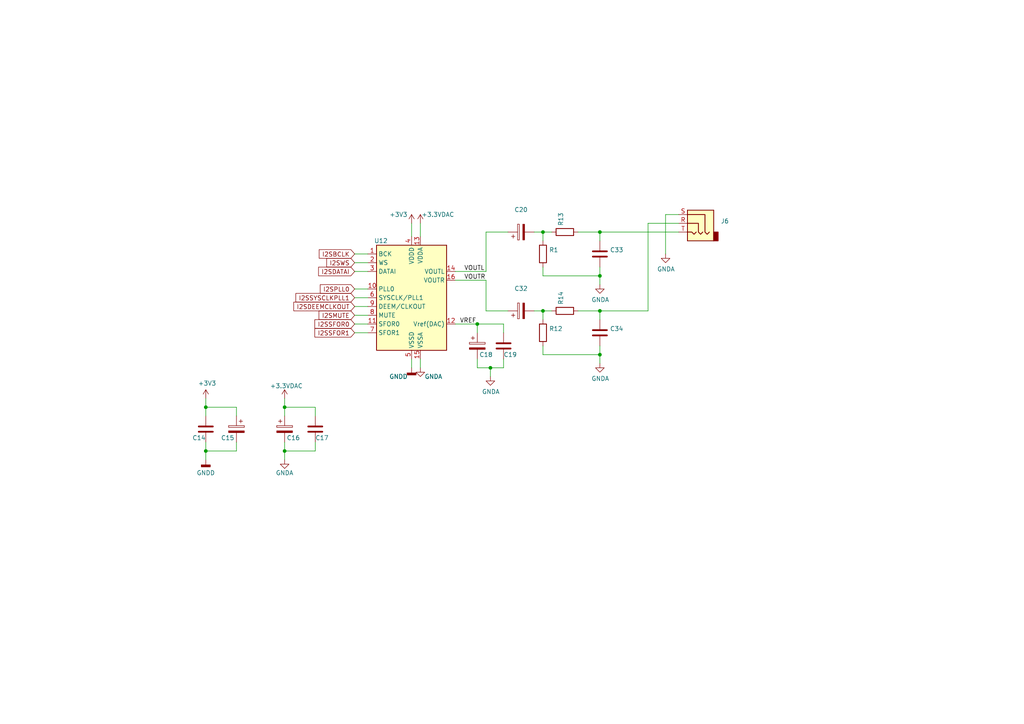
<source format=kicad_sch>
(kicad_sch (version 20211123) (generator eeschema)
  (paper "A4")
  (lib_symbols
    (symbol "Audio:UDA1334ATS"
      (property "Reference" "U" (at -10.16 16.51 0))
      (property "Value" "UDA1334ATS" (at 3.81 16.51 0))
      (symbol "UDA1334ATS_0_1"
        (rectangle (start -10.16 15.24) (end 10.16 -15.24) (stroke (width 0.254)) (fill (type background)))
      )
      (symbol "UDA1334ATS_1_1"
        (pin input line (at -12.7 12.7 0) (length 2.54) (name "BCK") (number "1"))
        (pin input line (at -12.7 2.54 0) (length 2.54) (name "PLL0") (number "10"))
        (pin input line (at -12.7 -7.62 0) (length 2.54) (name "SFOR0") (number "11"))
        (pin passive line (at 12.7 -7.62 180) (length 2.54) (name "Vref(DAC)") (number "12"))
        (pin power_in line (at 2.54 17.78 270) (length 2.54) (name "VDDA") (number "13"))
        (pin output line (at 12.7 7.62 180) (length 2.54) (name "VOUTL") (number "14"))
        (pin power_in line (at 2.54 -17.78 90) (length 2.54) (name "VSSA") (number "15"))
        (pin output line (at 12.7 5.08 180) (length 2.54) (name "VOUTR") (number "16"))
        (pin input line (at -12.7 10.16 0) (length 2.54) (name "WS") (number "2"))
        (pin input line (at -12.7 7.62 0) (length 2.54) (name "DATAI") (number "3"))
        (pin power_in line (at 0 17.78 270) (length 2.54) (name "VDDD") (number "4"))
        (pin power_in line (at 0 -17.78 90) (length 2.54) (name "VSSD") (number "5"))
        (pin input line (at -12.7 0 0) (length 2.54) (name "SYSCLK/PLL1") (number "6"))
        (pin input line (at -12.7 -10.16 0) (length 2.54) (name "SFOR1") (number "7"))
        (pin input line (at -12.7 -5.08 0) (length 2.54) (name "MUTE") (number "8"))
        (pin bidirectional line (at -12.7 -2.54 0) (length 2.54) (name "DEEM/CLKOUT") (number "9"))
      )
    )
    (symbol "Connector:AudioJack3"
      (property "Reference" "J" (at 0 8.89 0))
      (property "Value" "AudioJack3" (at 0 6.35 0))
      (symbol "AudioJack3_0_1"
        (rectangle (start -5.08 -5.08) (end -6.35 -2.54) (stroke (width 0.254)) (fill (type outline)))
        (polyline (pts (xy 0 -2.54) (xy 0.635 -3.175) (xy 1.27 -2.54) (xy 2.54 -2.54)) (stroke (width 0.254)))
        (polyline (pts (xy -1.905 -2.54) (xy -1.27 -3.175) (xy -0.635 -2.54) (xy -0.635 0) (xy 2.54 0)) (stroke (width 0.254)))
        (polyline (pts (xy 2.54 2.54) (xy -2.54 2.54) (xy -2.54 -2.54) (xy -3.175 -3.175) (xy -3.81 -2.54)) (stroke (width 0.254)))
        (rectangle (start 2.54 3.81) (end -5.08 -5.08) (stroke (width 0.254)) (fill (type background)))
      )
      (symbol "AudioJack3_1_1"
        (pin passive line (at 5.08 0 180) (length 2.54) (name "~") (number "R"))
        (pin passive line (at 5.08 2.54 180) (length 2.54) (name "~") (number "S"))
        (pin passive line (at 5.08 -2.54 180) (length 2.54) (name "~") (number "T"))
      )
    )
    (symbol "Device:C" (pin_numbers hide) (pin_names (offset 0.254))
      (property "Reference" "C" (at 0.635 2.54 0))
      (property "Value" "C" (at 0.635 -2.54 0))
      (symbol "C_0_1"
        (polyline (pts (xy -2.032 -0.762) (xy 2.032 -0.762)) (stroke (width 0.508)))
        (polyline (pts (xy -2.032 0.762) (xy 2.032 0.762)) (stroke (width 0.508)))
      )
      (symbol "C_1_1"
        (pin passive line (at 0 3.81 270) (length 2.794) (name "~") (number "1"))
        (pin passive line (at 0 -3.81 90) (length 2.794) (name "~") (number "2"))
      )
    )
    (symbol "Device:CP" (pin_numbers hide) (pin_names (offset 0.254))
      (property "Reference" "C" (at 0.635 2.54 0))
      (property "Value" "Device_CP" (at 0.635 -2.54 0))
      (symbol "CP_0_1"
        (rectangle (start -2.286 0.508) (end 2.286 1.016))
        (polyline (pts (xy -1.778 2.286) (xy -0.762 2.286)))
        (polyline (pts (xy -1.27 2.794) (xy -1.27 1.778)))
        (rectangle (start 2.286 -0.508) (end -2.286 -1.016) (fill (type outline)))
      )
      (symbol "CP_1_1"
        (pin passive line (at 0 3.81 270) (length 2.794) (name "~") (number "1"))
        (pin passive line (at 0 -3.81 90) (length 2.794) (name "~") (number "2"))
      )
    )
    (symbol "Device:R" (pin_numbers hide) (pin_names (offset 0))
      (property "Reference" "R" (at 2.032 0 90))
      (property "Value" "R" (at 0 0 90))
      (symbol "R_0_1"
        (rectangle (start -1.016 -2.54) (end 1.016 2.54) (stroke (width 0.254)))
      )
      (symbol "R_1_1"
        (pin passive line (at 0 3.81 270) (length 1.27) (name "~") (number "1"))
        (pin passive line (at 0 -3.81 90) (length 1.27) (name "~") (number "2"))
      )
    )
    (symbol "power:+3.3VDAC" (power) (pin_names (offset 0))
      (property "Value" "+3.3VDAC" (at 0 2.54 0))
      (symbol "+3.3VDAC_0_0"
        (pin power_in line (at 0 0 90) (length 0) hide (name "+3.3VDAC") (number "1"))
      )
      (symbol "+3.3VDAC_0_1"
        (polyline (pts (xy -0.762 1.27) (xy 0 2.54)))
        (polyline (pts (xy 0 0) (xy 0 2.54)))
        (polyline (pts (xy 0 2.54) (xy 0.762 1.27)))
      )
    )
    (symbol "power:+3V3" (power) (pin_names (offset 0))
      (property "Value" "+3V3" (at 0 3.556 0))
      (symbol "+3V3_0_1"
        (polyline (pts (xy -0.762 1.27) (xy 0 2.54)))
        (polyline (pts (xy 0 0) (xy 0 2.54)))
        (polyline (pts (xy 0 2.54) (xy 0.762 1.27)))
      )
      (symbol "+3V3_1_1"
        (pin power_in line (at 0 0 90) (length 0) hide (name "+3V3") (number "1"))
      )
    )
    (symbol "power:GNDA" (power) (pin_names (offset 0))
      (property "Value" "GNDA" (at 0 -3.81 0))
      (symbol "GNDA_0_1"
        (polyline (pts (xy 0 0) (xy 0 -1.27) (xy 1.27 -1.27) (xy 0 -2.54) (xy -1.27 -1.27) (xy 0 -1.27)))
      )
      (symbol "GNDA_1_1"
        (pin power_in line (at 0 0 270) (length 0) hide (name "GNDA") (number "1"))
      )
    )
    (symbol "power:GNDD" (power) (pin_names (offset 0))
      (property "Value" "GNDD" (at 0 -3.175 0))
      (symbol "GNDD_0_1"
        (rectangle (start -1.27 -1.524) (end 1.27 -2.032) (stroke (width 0.254)) (fill (type outline)))
        (polyline (pts (xy 0 0) (xy 0 -1.524)))
      )
      (symbol "GNDD_1_1"
        (pin power_in line (at 0 0 270) (length 0) hide (name "GNDD") (number "1"))
      )
    )
  )
  (junction (at 82.55 118.11))
  (junction (at 138.43 93.98))
  (junction (at 142.24 106.68))
  (junction (at 173.99 102.87))
  (junction (at 59.69 130.81))
  (junction (at 173.99 80.01))
  (junction (at 82.55 130.81))
  (junction (at 173.99 67.31))
  (junction (at 59.69 118.11))
  (junction (at 173.99 90.17))
  (junction (at 157.48 90.17))
  (junction (at 157.48 67.31))
  (no_connect (at 496.57 582.93))
  (wire (pts (xy 138.43 93.98) (xy 146.05 93.98)))
  (wire (pts (xy 173.99 67.31) (xy 196.85 67.31)))
  (wire (pts (xy 146.05 93.98) (xy 146.05 96.52)))
  (wire (pts (xy 173.99 102.87) (xy 173.99 105.41)))
  (wire (pts (xy 119.38 104.14) (xy 119.38 106.68)))
  (wire (pts (xy 167.64 67.31) (xy 173.99 67.31)))
  (wire (pts (xy 68.58 130.81) (xy 59.69 130.81)))
  (wire (pts (xy 82.55 118.11) (xy 91.44 118.11)))
  (wire (pts (xy 59.69 130.81) (xy 59.69 128.27)))
  (wire (pts (xy 142.24 106.68) (xy 142.24 109.22)))
  (wire (pts (xy 187.96 90.17) (xy 187.96 64.77)))
  (wire (pts (xy 157.48 77.47) (xy 157.48 80.01)))
  (wire (pts (xy 187.96 64.77) (xy 196.85 64.77)))
  (wire (pts (xy 106.68 73.66) (xy 102.87 73.66)))
  (wire (pts (xy 106.68 88.9) (xy 102.87 88.9)))
  (wire (pts (xy 59.69 118.11) (xy 68.58 118.11)))
  (wire (pts (xy 193.04 62.23) (xy 193.04 73.66)))
  (wire (pts (xy 157.48 100.33) (xy 157.48 102.87)))
  (wire (pts (xy 106.68 78.74) (xy 102.87 78.74)))
  (wire (pts (xy 82.55 133.35) (xy 82.55 130.81)))
  (wire (pts (xy 121.92 68.58) (xy 121.92 64.77)))
  (wire (pts (xy 157.48 67.31) (xy 154.94 67.31)))
  (wire (pts (xy 140.97 67.31) (xy 147.32 67.31)))
  (wire (pts (xy 59.69 115.57) (xy 59.69 118.11)))
  (wire (pts (xy 173.99 67.31) (xy 173.99 69.85)))
  (wire (pts (xy 142.24 106.68) (xy 146.05 106.68)))
  (wire (pts (xy 196.85 62.23) (xy 193.04 62.23)))
  (wire (pts (xy 82.55 130.81) (xy 91.44 130.81)))
  (wire (pts (xy 167.64 90.17) (xy 173.99 90.17)))
  (wire (pts (xy 132.08 93.98) (xy 138.43 93.98)))
  (wire (pts (xy 140.97 90.17) (xy 140.97 81.28)))
  (wire (pts (xy 157.48 67.31) (xy 160.02 67.31)))
  (wire (pts (xy 173.99 80.01) (xy 173.99 82.55)))
  (wire (pts (xy 173.99 80.01) (xy 173.99 77.47)))
  (wire (pts (xy 91.44 130.81) (xy 91.44 128.27)))
  (wire (pts (xy 146.05 106.68) (xy 146.05 104.14)))
  (wire (pts (xy 106.68 96.52) (xy 102.87 96.52)))
  (wire (pts (xy 91.44 118.11) (xy 91.44 120.65)))
  (wire (pts (xy 173.99 102.87) (xy 173.99 100.33)))
  (wire (pts (xy 140.97 67.31) (xy 140.97 78.74)))
  (wire (pts (xy 140.97 90.17) (xy 147.32 90.17)))
  (wire (pts (xy 59.69 118.11) (xy 59.69 120.65)))
  (wire (pts (xy 119.38 68.58) (xy 119.38 64.77)))
  (wire (pts (xy 157.48 90.17) (xy 160.02 90.17)))
  (wire (pts (xy 157.48 92.71) (xy 157.48 90.17)))
  (wire (pts (xy 157.48 90.17) (xy 154.94 90.17)))
  (wire (pts (xy 106.68 91.44) (xy 102.87 91.44)))
  (wire (pts (xy 82.55 115.57) (xy 82.55 118.11)))
  (wire (pts (xy 82.55 128.27) (xy 82.55 130.81)))
  (wire (pts (xy 173.99 90.17) (xy 187.96 90.17)))
  (wire (pts (xy 132.08 78.74) (xy 140.97 78.74)))
  (wire (pts (xy 138.43 104.14) (xy 138.43 106.68)))
  (wire (pts (xy 106.68 93.98) (xy 102.87 93.98)))
  (wire (pts (xy 157.48 102.87) (xy 173.99 102.87)))
  (wire (pts (xy 106.68 86.36) (xy 102.87 86.36)))
  (wire (pts (xy 106.68 83.82) (xy 102.87 83.82)))
  (wire (pts (xy 82.55 120.65) (xy 82.55 118.11)))
  (wire (pts (xy 140.97 81.28) (xy 132.08 81.28)))
  (wire (pts (xy 173.99 90.17) (xy 173.99 92.71)))
  (wire (pts (xy 106.68 76.2) (xy 102.87 76.2)))
  (wire (pts (xy 59.69 130.81) (xy 59.69 133.35)))
  (wire (pts (xy 138.43 106.68) (xy 142.24 106.68)))
  (wire (pts (xy 157.48 80.01) (xy 173.99 80.01)))
  (wire (pts (xy 138.43 93.98) (xy 138.43 96.52)))
  (wire (pts (xy 68.58 128.27) (xy 68.58 130.81)))
  (wire (pts (xy 121.92 106.68) (xy 121.92 104.14)))
  (wire (pts (xy 68.58 120.65) (xy 68.58 118.11)))
  (wire (pts (xy 157.48 69.85) (xy 157.48 67.31)))
  (label "VREF" (at 133.35 93.98 0))
  (label "VOUTR" (at 134.62 81.28 0))
  (label "VOUTL" (at 134.62 78.74 0))
  (global_label "I2SSFOR0" (shape input) (at 102.87 93.98 180) (property "Intersheet References" "${INTERSHEET_REFS}" (effects hide)))
  (global_label "I2SDATAI" (shape input) (at 102.87 78.74 180) (property "Intersheet References" "${INTERSHEET_REFS}" (effects hide)))
  (global_label "I2SSFOR1" (shape input) (at 102.87 96.52 180) (property "Intersheet References" "${INTERSHEET_REFS}" (effects hide)))
  (global_label "I2SSYSCLKPLL1" (shape input) (at 102.87 86.36 180) (property "Intersheet References" "${INTERSHEET_REFS}" (effects hide)))
  (global_label "I2SWS" (shape input) (at 102.87 76.2 180) (property "Intersheet References" "${INTERSHEET_REFS}" (effects hide)))
  (global_label "I2SMUTE" (shape input) (at 102.87 91.44 180) (property "Intersheet References" "${INTERSHEET_REFS}" (effects hide)))
  (global_label "I2SBCLK" (shape input) (at 102.87 73.66 180) (property "Intersheet References" "${INTERSHEET_REFS}" (effects hide)))
  (global_label "I2SPLL0" (shape input) (at 102.87 83.82 180) (property "Intersheet References" "${INTERSHEET_REFS}" (effects hide)))
  (global_label "I2SDEEMCLKOUT" (shape input) (at 102.87 88.9 180) (property "Intersheet References" "${INTERSHEET_REFS}" (effects hide)))
  (symbol (lib_id "power:GNDA") (at 193.04 73.66 0) (unit 1)
    (property "Reference" "#PWR?" (effects hide))
  )
  (symbol (lib_id "Audio:UDA1334ATS") (at 119.38 86.36 0) (unit 1)
    (property "Reference" "U12" (at 110.49 69.85 0))
    (property "Datasheet" "http://www.nxp.com/docs/en/data-sheet/UDA1334ATS.pdf" (effects hide))
  )
  (symbol (lib_id "Device:CP") (at 151.13 67.31 90) (unit 1)
    (property "Reference" "C20" (at 151.13 60.833 90))
  )
  (symbol (lib_id "Device:R") (at 157.48 73.66 0) (unit 1)
    (property "Reference" "R1" (at 159.258 72.4916 0) (effects (justify left)))
  )
  (symbol (lib_id "Device:R") (at 163.83 67.31 90) (unit 1)
    (property "Reference" "R13" (at 162.6616 65.532 0) (effects (justify left)))
  )
  (symbol (lib_id "Device:C") (at 173.99 73.66 0) (unit 1)
    (property "Reference" "C33" (at 176.911 72.4916 0) (effects (justify left)))
  )
  (symbol (lib_id "Device:CP") (at 151.13 90.17 90) (unit 1)
    (property "Reference" "C32" (at 151.13 83.693 90))
  )
  (symbol (lib_id "Device:R") (at 157.48 96.52 0) (unit 1)
    (property "Reference" "R12" (at 159.258 95.3516 0) (effects (justify left)))
  )
  (symbol (lib_id "Device:R") (at 163.83 90.17 90) (unit 1)
    (property "Reference" "R14" (at 162.6616 88.392 0) (effects (justify left)))
  )
  (symbol (lib_id "Device:C") (at 173.99 96.52 0) (unit 1)
    (property "Reference" "C34" (at 176.911 95.3516 0) (effects (justify left)))
  )
  (symbol (lib_id "power:GNDA") (at 173.99 105.41 0) (unit 1)
    (property "Reference" "#PWR0173" (effects hide))
  )
  (symbol (lib_id "power:GNDA") (at 173.99 82.55 0) (unit 1)
    (property "Reference" "#PWR0174" (effects hide))
  )
  (symbol (lib_id "Device:C") (at 146.05 100.33 0) (unit 1)
    (property "Reference" "C19" (at 146.05 102.87 0) (effects (justify left)))
  )
  (symbol (lib_id "Device:CP") (at 138.43 100.33 0) (unit 1)
    (property "Reference" "C18" (at 140.97 102.87 0))
  )
  (symbol (lib_id "power:GNDA") (at 142.24 109.22 0) (unit 1)
    (property "Reference" "#PWR0175" (effects hide))
  )
  (symbol (lib_id "power:GNDA") (at 121.92 106.68 0) (unit 1)
    (property "Reference" "#PWR0176" (effects hide))
  )
  (symbol (lib_id "power:GNDD") (at 119.38 106.68 0) (unit 1)
    (property "Reference" "#PWR0177" (effects hide))
  )
  (symbol (lib_id "Device:CP") (at 82.55 124.46 0) (unit 1)
    (property "Reference" "C16" (at 85.09 127 0))
  )
  (symbol (lib_id "Device:C") (at 91.44 124.46 0) (unit 1)
    (property "Reference" "C17" (at 91.44 127 0) (effects (justify left)))
  )
  (symbol (lib_id "Device:CP") (at 68.58 124.46 0) (mirror y) (unit 1)
    (property "Reference" "C15" (at 66.04 127 0))
  )
  (symbol (lib_id "Device:C") (at 59.69 124.46 0) (mirror y) (unit 1)
    (property "Reference" "C14" (at 59.69 127 0) (effects (justify left)))
  )
  (symbol (lib_id "power:GNDD") (at 59.69 133.35 0) (unit 1)
    (property "Reference" "#PWR0178" (effects hide))
  )
  (symbol (lib_id "power:GNDA") (at 82.55 133.35 0) (unit 1)
    (property "Reference" "#PWR0180" (effects hide))
  )
  (symbol (lib_id "power:+3.3VDAC") (at 82.55 115.57 0) (unit 1)
    (property "Reference" "#PWR0181" (effects hide))
  )
  (symbol (lib_id "power:+3V3") (at 59.69 115.57 0) (unit 1)
    (property "Reference" "#PWR0182" (effects hide))
  )
  (symbol (lib_id "power:+3.3VDAC") (at 121.92 64.77 0) (unit 1)
    (property "Reference" "#PWR0183" (effects hide))
  )
  (symbol (lib_id "power:+3V3") (at 119.38 64.77 0) (unit 1)
    (property "Reference" "#PWR0184" (effects hide))
  )
  (symbol (lib_id "Connector:AudioJack3") (at 201.93 64.77 0) (mirror y) (unit 1)
    (property "Reference" "J6" (at 209.042 64.135 0) (effects (justify right)))
  )
)
</source>
